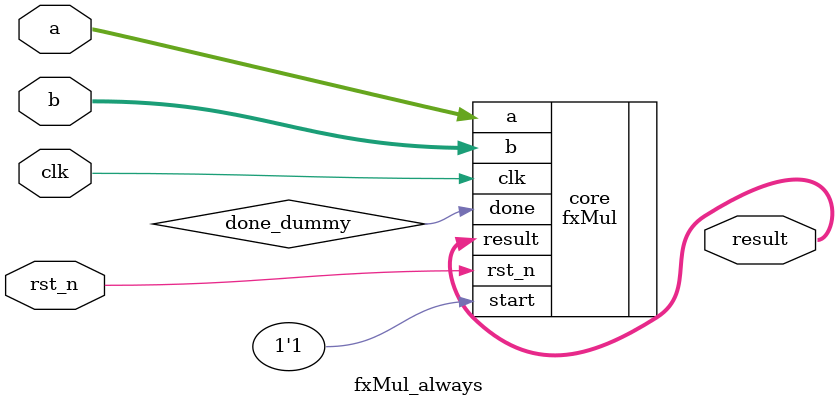
<source format=sv>
module fxMul_always #(
  parameter WIDTH=32, QINT=16, QFRAC=WIDTH-QINT, LATENCY=2
)(
  input  logic clk, rst_n,
  input  logic signed [WIDTH-1:0] a, b,
  output logic signed [WIDTH-1:0] result
);
  logic done_dummy;
  fxMul #(.WIDTH(WIDTH), .QINT(QINT), .QFRAC(QFRAC), .LATENCY(LATENCY)) core(
    .clk(clk), .rst_n(rst_n),
    .start(1'b1), // always asserted
    .a(a),
    .b(b),
    .result(result),
    .done(done_dummy) // ignored
  );
endmodule

</source>
